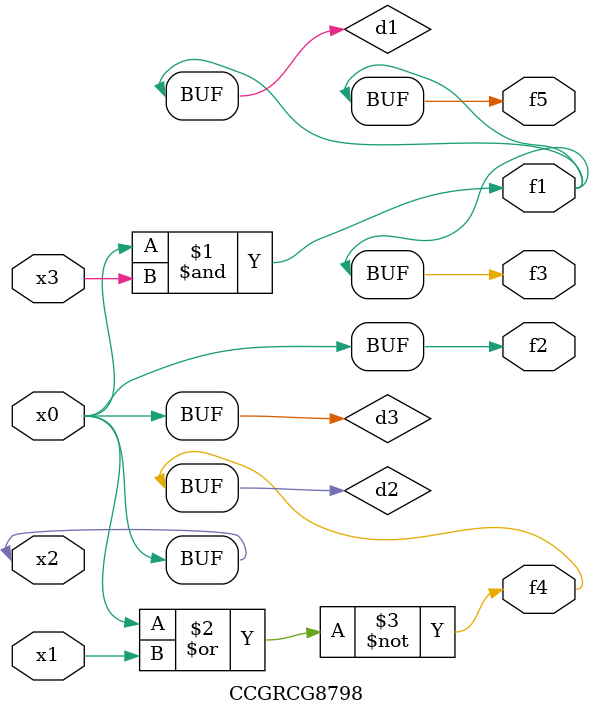
<source format=v>
module CCGRCG8798(
	input x0, x1, x2, x3,
	output f1, f2, f3, f4, f5
);

	wire d1, d2, d3;

	and (d1, x2, x3);
	nor (d2, x0, x1);
	buf (d3, x0, x2);
	assign f1 = d1;
	assign f2 = d3;
	assign f3 = d1;
	assign f4 = d2;
	assign f5 = d1;
endmodule

</source>
